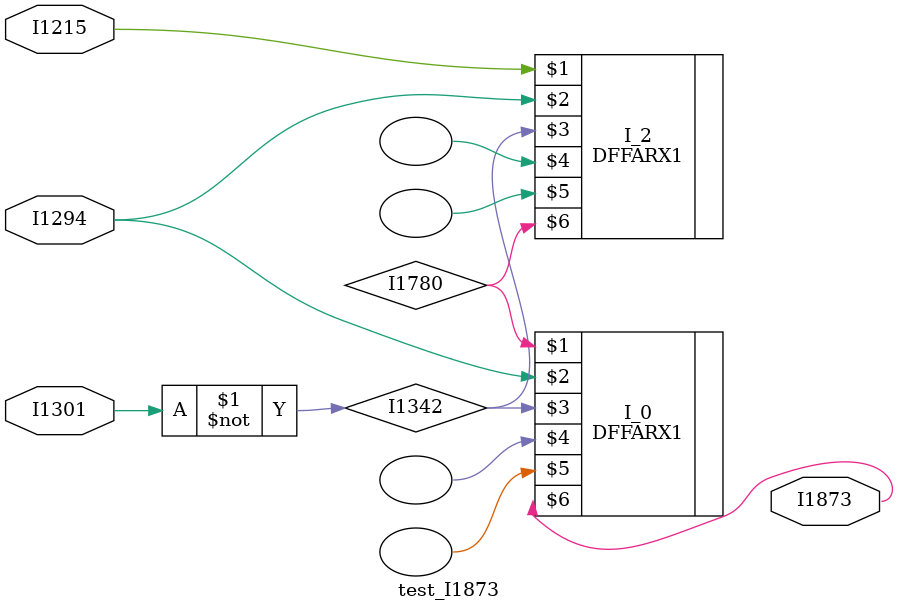
<source format=v>
module test_I1873(I1215,I1294,I1301,I1873);
input I1215,I1294,I1301;
output I1873;
wire I1342,I1780;
DFFARX1 I_0(I1780,I1294,I1342,,,I1873,);
not I_1(I1342,I1301);
DFFARX1 I_2(I1215,I1294,I1342,,,I1780,);
endmodule



</source>
